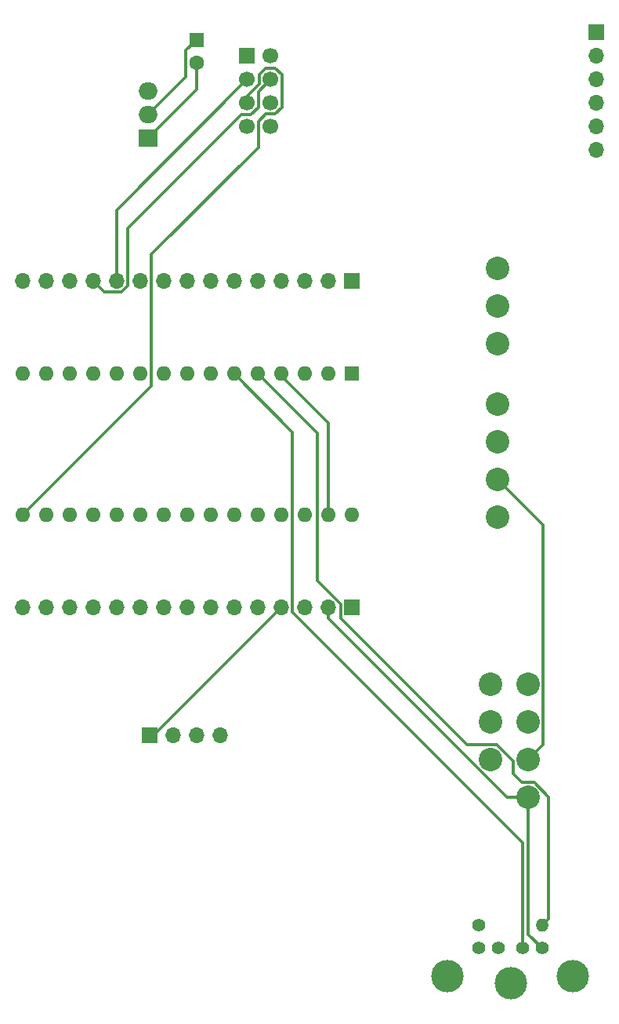
<source format=gbr>
%TF.GenerationSoftware,KiCad,Pcbnew,8.0.2*%
%TF.CreationDate,2024-05-14T18:44:45+02:00*%
%TF.ProjectId,5v radio,35762072-6164-4696-9f2e-6b696361645f,rev?*%
%TF.SameCoordinates,Original*%
%TF.FileFunction,Copper,L2,Bot*%
%TF.FilePolarity,Positive*%
%FSLAX46Y46*%
G04 Gerber Fmt 4.6, Leading zero omitted, Abs format (unit mm)*
G04 Created by KiCad (PCBNEW 8.0.2) date 2024-05-14 18:44:45*
%MOMM*%
%LPD*%
G01*
G04 APERTURE LIST*
%TA.AperFunction,ComponentPad*%
%ADD10R,1.700000X1.700000*%
%TD*%
%TA.AperFunction,ComponentPad*%
%ADD11O,1.700000X1.700000*%
%TD*%
%TA.AperFunction,ComponentPad*%
%ADD12C,2.540000*%
%TD*%
%TA.AperFunction,ComponentPad*%
%ADD13R,1.600000X1.600000*%
%TD*%
%TA.AperFunction,ComponentPad*%
%ADD14O,1.600000X1.600000*%
%TD*%
%TA.AperFunction,ComponentPad*%
%ADD15C,1.600000*%
%TD*%
%TA.AperFunction,ComponentPad*%
%ADD16C,1.700000*%
%TD*%
%TA.AperFunction,ComponentPad*%
%ADD17R,2.000000X1.905000*%
%TD*%
%TA.AperFunction,ComponentPad*%
%ADD18O,2.000000X1.905000*%
%TD*%
%TA.AperFunction,ComponentPad*%
%ADD19C,1.422400*%
%TD*%
%TA.AperFunction,ComponentPad*%
%ADD20O,1.422400X1.422400*%
%TD*%
%TA.AperFunction,ComponentPad*%
%ADD21C,3.500000*%
%TD*%
%TA.AperFunction,Conductor*%
%ADD22C,0.300000*%
%TD*%
G04 APERTURE END LIST*
D10*
%TO.P,Oled_screen1,1,VCC*%
%TO.N,Net-(3v3_regulator1-VI)*%
X120914000Y-106314000D03*
D11*
%TO.P,Oled_screen1,2,GND*%
%TO.N,Net-(3v3_regulator1-GND)*%
X123454000Y-106314000D03*
%TO.P,Oled_screen1,3,SCK*%
%TO.N,Net-(A1-A5)*%
X125994000Y-106314000D03*
%TO.P,Oled_screen1,4,SDA*%
%TO.N,Net-(A1-A4)*%
X128534000Y-106314000D03*
%TD*%
D12*
%TO.P,Nes1,1,5V*%
%TO.N,Net-(3v3_regulator1-VI)*%
X157734000Y-108966000D03*
%TO.P,Nes1,2,CLK*%
%TO.N,Net-(A1-D6)*%
X161798000Y-108966000D03*
%TO.P,Nes1,3,LTCH*%
%TO.N,Net-(A1-D5)*%
X161798000Y-104902000D03*
%TO.P,Nes1,4,DATA*%
%TO.N,Net-(A1-D4)*%
X161798000Y-100838000D03*
%TO.P,Nes1,5*%
%TO.N,N/C*%
X157734000Y-104902000D03*
%TO.P,Nes1,6*%
X157734000Y-100838000D03*
%TO.P,Nes1,7,GND*%
%TO.N,Net-(3v3_regulator1-GND)*%
X161798000Y-113030000D03*
%TD*%
D10*
%TO.P,A1,1,D1/TX*%
%TO.N,unconnected-(A1-D1{slash}TX-Pad1)*%
X142748000Y-57310143D03*
D13*
X142748000Y-67310000D03*
D11*
%TO.P,A1,2,D0/RX*%
%TO.N,unconnected-(A1-D0{slash}RX-Pad2)*%
X140208000Y-57310143D03*
D14*
X140208000Y-67310000D03*
D11*
%TO.P,A1,3,~{RESET}*%
%TO.N,unconnected-(A1-~{RESET}-Pad3)*%
X137668000Y-57310143D03*
D14*
X137668000Y-67310000D03*
D11*
%TO.P,A1,4,GND*%
%TO.N,Net-(3v3_regulator1-GND)*%
X135128000Y-57310143D03*
D14*
X135128000Y-67310000D03*
D11*
%TO.P,A1,5,D2*%
%TO.N,Net-(A1-D2)*%
X132588000Y-57310143D03*
D14*
X132588000Y-67310000D03*
D11*
%TO.P,A1,6,D3*%
%TO.N,Net-(A1-D3)*%
X130048000Y-57310143D03*
D14*
X130048000Y-67310000D03*
D11*
%TO.P,A1,7,D4*%
%TO.N,Net-(A1-D4)*%
X127508000Y-57310143D03*
D14*
X127508000Y-67310000D03*
D11*
%TO.P,A1,8,D5*%
%TO.N,Net-(A1-D5)*%
X124968000Y-57310143D03*
D14*
X124968000Y-67310000D03*
D11*
%TO.P,A1,9,D6*%
%TO.N,Net-(A1-D6)*%
X122428000Y-57310143D03*
D14*
X122428000Y-67310000D03*
D11*
%TO.P,A1,10,D7*%
%TO.N,Net-(A1-D7)*%
X119888000Y-57310143D03*
D14*
X119888000Y-67310000D03*
D11*
%TO.P,A1,11,D8*%
%TO.N,Net-(A1-D8)*%
X117348000Y-57310143D03*
D14*
X117348000Y-67310000D03*
D11*
%TO.P,A1,12,D9*%
%TO.N,Net-(A1-D9)*%
X114808000Y-57310143D03*
D14*
X114808000Y-67310000D03*
D11*
%TO.P,A1,13,D10*%
%TO.N,unconnected-(A1-D10-Pad13)*%
X112268000Y-57310143D03*
D14*
X112268000Y-67310000D03*
D11*
%TO.P,A1,14,D11*%
%TO.N,Net-(A1-D11)*%
X109728000Y-57310143D03*
D14*
X109728000Y-67310000D03*
D11*
%TO.P,A1,15,D12*%
%TO.N,Net-(A1-D12)*%
X107188000Y-57310143D03*
D14*
X107188000Y-67310000D03*
%TO.P,A1,16,D13*%
%TO.N,Net-(A1-D13)*%
X107188000Y-82550000D03*
D11*
X107188000Y-92550143D03*
D14*
%TO.P,A1,17,3V3*%
%TO.N,unconnected-(A1-3V3-Pad17)*%
X109728000Y-82550000D03*
D11*
X109728000Y-92550143D03*
D14*
%TO.P,A1,18,AREF*%
%TO.N,unconnected-(A1-AREF-Pad18)*%
X112268000Y-82550000D03*
D11*
X112268000Y-92550143D03*
D14*
%TO.P,A1,19,A0*%
%TO.N,unconnected-(A1-A0-Pad19)*%
X114808000Y-82550000D03*
D11*
X114808000Y-92550143D03*
D14*
%TO.P,A1,20,A1*%
%TO.N,unconnected-(A1-A1-Pad20)*%
X117348000Y-82550000D03*
D11*
X117348000Y-92550143D03*
D14*
%TO.P,A1,21,A2*%
%TO.N,unconnected-(A1-A2-Pad21)*%
X119888000Y-82550000D03*
D11*
X119888000Y-92550143D03*
D14*
%TO.P,A1,22,A3*%
%TO.N,unconnected-(A1-A3-Pad22)*%
X122428000Y-82550000D03*
D11*
X122428000Y-92550143D03*
D14*
%TO.P,A1,23,A4*%
%TO.N,Net-(A1-A4)*%
X124968000Y-82550000D03*
D11*
X124968000Y-92550143D03*
D14*
%TO.P,A1,24,A5*%
%TO.N,Net-(A1-A5)*%
X127508000Y-82550000D03*
D11*
X127508000Y-92550143D03*
D14*
%TO.P,A1,25,A6*%
%TO.N,unconnected-(A1-A6-Pad25)*%
X130048000Y-82550000D03*
D11*
X130048000Y-92550143D03*
D14*
%TO.P,A1,26,A7*%
%TO.N,unconnected-(A1-A7-Pad26)*%
X132588000Y-82550000D03*
D11*
X132588000Y-92550143D03*
D14*
%TO.P,A1,27,+5V*%
%TO.N,Net-(3v3_regulator1-VI)*%
X135128000Y-82550000D03*
D11*
X135128000Y-92550143D03*
D14*
%TO.P,A1,28,~{RESET}*%
%TO.N,unconnected-(A1-~{RESET}-Pad28)*%
X137668000Y-82550000D03*
D11*
X137668000Y-92550143D03*
D14*
%TO.P,A1,29,GND*%
%TO.N,Net-(3v3_regulator1-GND)*%
X140208000Y-82550000D03*
D11*
X140208000Y-92550143D03*
D14*
%TO.P,A1,30,VIN*%
%TO.N,unconnected-(A1-VIN-Pad30)*%
X142748000Y-82550000D03*
D10*
X142748000Y-92550143D03*
%TD*%
D13*
%TO.P,C1,1*%
%TO.N,Net-(3v3_regulator1-VO)*%
X125984000Y-31282000D03*
D15*
%TO.P,C1,2*%
%TO.N,Net-(3v3_regulator1-GND)*%
X125984000Y-33782000D03*
%TD*%
D12*
%TO.P,Snes1,7,GND*%
%TO.N,Net-(3v3_regulator1-GND)*%
X158544600Y-55920000D03*
%TO.P,Snes1,6*%
%TO.N,N/C*%
X158544600Y-59984000D03*
%TO.P,Snes1,5*%
X158544600Y-64048000D03*
%TO.P,Snes1,4,DATA*%
%TO.N,Net-(A1-D4)*%
X158544600Y-70612000D03*
%TO.P,Snes1,3,LTCH*%
%TO.N,Net-(A1-D5)*%
X158544600Y-74676000D03*
%TO.P,Snes1,2,CLK*%
%TO.N,Net-(A1-D6)*%
X158544600Y-78740000D03*
%TO.P,Snes1,1,5V*%
%TO.N,Net-(3v3_regulator1-VI)*%
X158544600Y-82804000D03*
%TD*%
D10*
%TO.P,NRF24,0*%
%TO.N,N/C*%
X169183000Y-30450000D03*
D11*
X169183000Y-32990000D03*
X169183000Y-35530000D03*
X169183000Y-38070000D03*
X169183000Y-40610000D03*
X169183000Y-43150000D03*
D10*
%TO.P,NRF24,1,GND*%
%TO.N,Net-(3v3_regulator1-GND)*%
X131445000Y-32990000D03*
D16*
%TO.P,NRF24,2,VCC*%
%TO.N,Net-(3v3_regulator1-VO)*%
X133985000Y-32990000D03*
%TO.P,NRF24,3,CE*%
%TO.N,Net-(A1-D8)*%
X131445000Y-35530000D03*
%TO.P,NRF24,4,~{CSN}*%
%TO.N,Net-(A1-D9)*%
X133985000Y-35530000D03*
%TO.P,NRF24,5,SCK*%
%TO.N,Net-(A1-D13)*%
X131445000Y-38070000D03*
%TO.P,NRF24,6,MOSI*%
%TO.N,Net-(A1-D11)*%
X133985000Y-38070000D03*
%TO.P,NRF24,7,MISO*%
%TO.N,Net-(A1-D12)*%
X131445000Y-40610000D03*
%TO.P,NRF24,8,IRQ*%
%TO.N,Net-(A1-D7)*%
X133985000Y-40610000D03*
%TD*%
D17*
%TO.P,3v3_regulator1,1,GND*%
%TO.N,Net-(3v3_regulator1-GND)*%
X120736000Y-41910000D03*
D18*
%TO.P,3v3_regulator1,2,VO*%
%TO.N,Net-(3v3_regulator1-VO)*%
X120736000Y-39370000D03*
%TO.P,3v3_regulator1,3,VI*%
%TO.N,Net-(3v3_regulator1-VI)*%
X120736000Y-36830000D03*
%TD*%
D19*
%TO.P,ps/2_connector1,1*%
%TO.N,unconnected-(ps/2_connector1-Pad1)*%
X156508600Y-126786000D03*
%TO.P,ps/2_connector1,2,5v*%
%TO.N,Net-(3v3_regulator1-VI)*%
X156508600Y-129286000D03*
%TO.P,ps/2_connector1,3*%
%TO.N,unconnected-(ps/2_connector1-Pad3)*%
X158608600Y-129286000D03*
%TO.P,ps/2_connector1,4,DATA*%
%TO.N,Net-(A1-D3)*%
X161208600Y-129286000D03*
%TO.P,ps/2_connector1,5,GND*%
%TO.N,Net-(3v3_regulator1-GND)*%
X163308600Y-129286000D03*
D20*
%TO.P,ps/2_connector1,6,CLK*%
%TO.N,Net-(A1-D2)*%
X163308600Y-126836000D03*
D21*
%TO.P,ps/2_connector1,SH1*%
%TO.N,N/C*%
X153108600Y-132286000D03*
%TO.P,ps/2_connector1,SH2*%
X159908600Y-133086000D03*
%TO.P,ps/2_connector1,SH3*%
X166658600Y-132286000D03*
%TD*%
D22*
%TO.N,Net-(A1-D2)*%
X164019800Y-112960774D02*
X164019800Y-126124800D01*
X164019800Y-126124800D02*
X163308600Y-126836000D01*
X162469026Y-111410000D02*
X164019800Y-112960774D01*
X161126974Y-111410000D02*
X162469026Y-111410000D01*
X160178000Y-110461026D02*
X161126974Y-111410000D01*
X158405026Y-107346000D02*
X160178000Y-109118974D01*
X155165026Y-107346000D02*
X158405026Y-107346000D01*
X141548000Y-93728974D02*
X155165026Y-107346000D01*
X160178000Y-109118974D02*
X160178000Y-110461026D01*
X141548000Y-92193086D02*
X141548000Y-93728974D01*
X139008000Y-89653086D02*
X141548000Y-92193086D01*
X139008000Y-73730000D02*
X139008000Y-89653086D01*
X132588000Y-67310000D02*
X139008000Y-73730000D01*
%TO.N,Net-(A1-D3)*%
X136328000Y-93047200D02*
X136328000Y-73590000D01*
X161208600Y-117927800D02*
X136328000Y-93047200D01*
X136328000Y-73590000D02*
X130048000Y-67310000D01*
X161208600Y-129286000D02*
X161208600Y-117927800D01*
%TO.N,Net-(3v3_regulator1-GND)*%
X161798000Y-113030000D02*
X161798000Y-127775400D01*
X161798000Y-127775400D02*
X163308600Y-129286000D01*
%TO.N,Net-(A1-D6)*%
X163418000Y-83613400D02*
X158544600Y-78740000D01*
X163418000Y-107346000D02*
X163418000Y-83613400D01*
X161798000Y-108966000D02*
X163418000Y-107346000D01*
%TO.N,Net-(3v3_regulator1-GND)*%
X140208000Y-93731026D02*
X159506974Y-113030000D01*
X159506974Y-113030000D02*
X161798000Y-113030000D01*
X140208000Y-93731026D02*
X140208000Y-92550143D01*
X135128000Y-67310000D02*
X135128000Y-67564000D01*
X120736000Y-41910000D02*
X125984000Y-36662000D01*
X135128000Y-67564000D02*
X140208000Y-72644000D01*
X125984000Y-36662000D02*
X125984000Y-33782000D01*
X140208000Y-72644000D02*
X140208000Y-82550000D01*
%TO.N,Net-(A1-D9)*%
X116008000Y-58510143D02*
X114808000Y-57310143D01*
X118548000Y-51632000D02*
X118548000Y-57807200D01*
X117845057Y-58510143D02*
X116008000Y-58510143D01*
X132645000Y-38567057D02*
X131842057Y-39370000D01*
X131842057Y-39370000D02*
X130810000Y-39370000D01*
X130810000Y-39370000D02*
X118548000Y-51632000D01*
X133985000Y-35530000D02*
X132645000Y-36870000D01*
X118548000Y-57807200D02*
X117845057Y-58510143D01*
X132645000Y-36870000D02*
X132645000Y-38567057D01*
%TO.N,Net-(A1-D8)*%
X131445000Y-35530000D02*
X117348000Y-49627000D01*
X117348000Y-49627000D02*
X117348000Y-57310143D01*
%TO.N,Net-(A1-D13)*%
X121088000Y-68650000D02*
X107188000Y-82550000D01*
X131445000Y-38070000D02*
X131445000Y-37362894D01*
X132645000Y-40112943D02*
X132645000Y-42856086D01*
X135185000Y-38567057D02*
X134482057Y-39270000D01*
X121088000Y-54413086D02*
X121088000Y-68650000D01*
X131445000Y-37362894D02*
X132785000Y-36022894D01*
X135185000Y-35032943D02*
X135185000Y-38567057D01*
X132785000Y-36022894D02*
X132785000Y-35032943D01*
X132645000Y-42856086D02*
X121088000Y-54413086D01*
X132785000Y-35032943D02*
X133487943Y-34330000D01*
X134482057Y-39270000D02*
X133487943Y-39270000D01*
X133487943Y-39270000D02*
X132645000Y-40112943D01*
X134482057Y-34330000D02*
X135185000Y-35032943D01*
X133487943Y-34330000D02*
X134482057Y-34330000D01*
%TO.N,Net-(3v3_regulator1-VO)*%
X124834000Y-32432000D02*
X125984000Y-31282000D01*
X120736000Y-39370000D02*
X124834000Y-35272000D01*
X124834000Y-35272000D02*
X124834000Y-32432000D01*
%TO.N,Net-(3v3_regulator1-VI)*%
X121364143Y-106314000D02*
X135128000Y-92550143D01*
X120914000Y-106314000D02*
X121364143Y-106314000D01*
%TD*%
M02*

</source>
